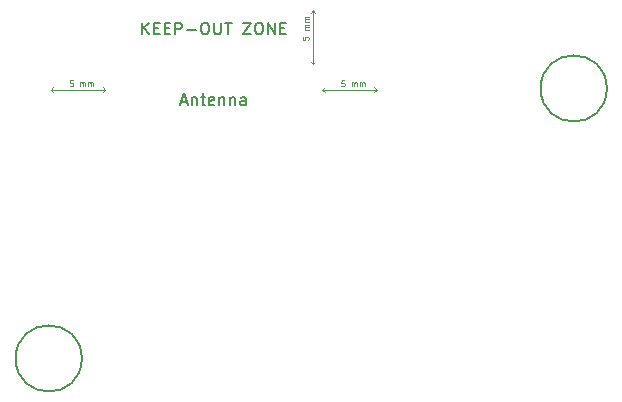
<source format=gbr>
%TF.GenerationSoftware,KiCad,Pcbnew,(6.0.11)*%
%TF.CreationDate,2023-09-13T09:35:20+02:00*%
%TF.ProjectId,WLED_ESP32_Controller,574c4544-5f45-4535-9033-325f436f6e74,rev?*%
%TF.SameCoordinates,Original*%
%TF.FileFunction,Other,Comment*%
%FSLAX46Y46*%
G04 Gerber Fmt 4.6, Leading zero omitted, Abs format (unit mm)*
G04 Created by KiCad (PCBNEW (6.0.11)) date 2023-09-13 09:35:20*
%MOMM*%
%LPD*%
G01*
G04 APERTURE LIST*
%ADD10C,0.100000*%
%ADD11C,0.150000*%
G04 APERTURE END LIST*
D10*
%TO.C,U2*%
X112936190Y-92153095D02*
X112936190Y-92391190D01*
X113174285Y-92415000D01*
X113150476Y-92391190D01*
X113126666Y-92343571D01*
X113126666Y-92224523D01*
X113150476Y-92176904D01*
X113174285Y-92153095D01*
X113221904Y-92129285D01*
X113340952Y-92129285D01*
X113388571Y-92153095D01*
X113412380Y-92176904D01*
X113436190Y-92224523D01*
X113436190Y-92343571D01*
X113412380Y-92391190D01*
X113388571Y-92415000D01*
X113436190Y-91534047D02*
X113102857Y-91534047D01*
X113150476Y-91534047D02*
X113126666Y-91510238D01*
X113102857Y-91462619D01*
X113102857Y-91391190D01*
X113126666Y-91343571D01*
X113174285Y-91319761D01*
X113436190Y-91319761D01*
X113174285Y-91319761D02*
X113126666Y-91295952D01*
X113102857Y-91248333D01*
X113102857Y-91176904D01*
X113126666Y-91129285D01*
X113174285Y-91105476D01*
X113436190Y-91105476D01*
X113436190Y-90867380D02*
X113102857Y-90867380D01*
X113150476Y-90867380D02*
X113126666Y-90843571D01*
X113102857Y-90795952D01*
X113102857Y-90724523D01*
X113126666Y-90676904D01*
X113174285Y-90653095D01*
X113436190Y-90653095D01*
X113174285Y-90653095D02*
X113126666Y-90629285D01*
X113102857Y-90581666D01*
X113102857Y-90510238D01*
X113126666Y-90462619D01*
X113174285Y-90438809D01*
X113436190Y-90438809D01*
D11*
X99338571Y-91942380D02*
X99338571Y-90942380D01*
X99910000Y-91942380D02*
X99481428Y-91370952D01*
X99910000Y-90942380D02*
X99338571Y-91513809D01*
X100338571Y-91418571D02*
X100671904Y-91418571D01*
X100814761Y-91942380D02*
X100338571Y-91942380D01*
X100338571Y-90942380D01*
X100814761Y-90942380D01*
X101243333Y-91418571D02*
X101576666Y-91418571D01*
X101719523Y-91942380D02*
X101243333Y-91942380D01*
X101243333Y-90942380D01*
X101719523Y-90942380D01*
X102148095Y-91942380D02*
X102148095Y-90942380D01*
X102529047Y-90942380D01*
X102624285Y-90990000D01*
X102671904Y-91037619D01*
X102719523Y-91132857D01*
X102719523Y-91275714D01*
X102671904Y-91370952D01*
X102624285Y-91418571D01*
X102529047Y-91466190D01*
X102148095Y-91466190D01*
X103148095Y-91561428D02*
X103910000Y-91561428D01*
X104576666Y-90942380D02*
X104767142Y-90942380D01*
X104862380Y-90990000D01*
X104957619Y-91085238D01*
X105005238Y-91275714D01*
X105005238Y-91609047D01*
X104957619Y-91799523D01*
X104862380Y-91894761D01*
X104767142Y-91942380D01*
X104576666Y-91942380D01*
X104481428Y-91894761D01*
X104386190Y-91799523D01*
X104338571Y-91609047D01*
X104338571Y-91275714D01*
X104386190Y-91085238D01*
X104481428Y-90990000D01*
X104576666Y-90942380D01*
X105433809Y-90942380D02*
X105433809Y-91751904D01*
X105481428Y-91847142D01*
X105529047Y-91894761D01*
X105624285Y-91942380D01*
X105814761Y-91942380D01*
X105910000Y-91894761D01*
X105957619Y-91847142D01*
X106005238Y-91751904D01*
X106005238Y-90942380D01*
X106338571Y-90942380D02*
X106910000Y-90942380D01*
X106624285Y-91942380D02*
X106624285Y-90942380D01*
X107910000Y-90942380D02*
X108576666Y-90942380D01*
X107910000Y-91942380D01*
X108576666Y-91942380D01*
X109148095Y-90942380D02*
X109338571Y-90942380D01*
X109433809Y-90990000D01*
X109529047Y-91085238D01*
X109576666Y-91275714D01*
X109576666Y-91609047D01*
X109529047Y-91799523D01*
X109433809Y-91894761D01*
X109338571Y-91942380D01*
X109148095Y-91942380D01*
X109052857Y-91894761D01*
X108957619Y-91799523D01*
X108910000Y-91609047D01*
X108910000Y-91275714D01*
X108957619Y-91085238D01*
X109052857Y-90990000D01*
X109148095Y-90942380D01*
X110005238Y-91942380D02*
X110005238Y-90942380D01*
X110576666Y-91942380D01*
X110576666Y-90942380D01*
X111052857Y-91418571D02*
X111386190Y-91418571D01*
X111529047Y-91942380D02*
X111052857Y-91942380D01*
X111052857Y-90942380D01*
X111529047Y-90942380D01*
X102648095Y-97656666D02*
X103124285Y-97656666D01*
X102552857Y-97942380D02*
X102886190Y-96942380D01*
X103219523Y-97942380D01*
X103552857Y-97275714D02*
X103552857Y-97942380D01*
X103552857Y-97370952D02*
X103600476Y-97323333D01*
X103695714Y-97275714D01*
X103838571Y-97275714D01*
X103933809Y-97323333D01*
X103981428Y-97418571D01*
X103981428Y-97942380D01*
X104314761Y-97275714D02*
X104695714Y-97275714D01*
X104457619Y-96942380D02*
X104457619Y-97799523D01*
X104505238Y-97894761D01*
X104600476Y-97942380D01*
X104695714Y-97942380D01*
X105410000Y-97894761D02*
X105314761Y-97942380D01*
X105124285Y-97942380D01*
X105029047Y-97894761D01*
X104981428Y-97799523D01*
X104981428Y-97418571D01*
X105029047Y-97323333D01*
X105124285Y-97275714D01*
X105314761Y-97275714D01*
X105410000Y-97323333D01*
X105457619Y-97418571D01*
X105457619Y-97513809D01*
X104981428Y-97609047D01*
X105886190Y-97275714D02*
X105886190Y-97942380D01*
X105886190Y-97370952D02*
X105933809Y-97323333D01*
X106029047Y-97275714D01*
X106171904Y-97275714D01*
X106267142Y-97323333D01*
X106314761Y-97418571D01*
X106314761Y-97942380D01*
X106790952Y-97275714D02*
X106790952Y-97942380D01*
X106790952Y-97370952D02*
X106838571Y-97323333D01*
X106933809Y-97275714D01*
X107076666Y-97275714D01*
X107171904Y-97323333D01*
X107219523Y-97418571D01*
X107219523Y-97942380D01*
X108124285Y-97942380D02*
X108124285Y-97418571D01*
X108076666Y-97323333D01*
X107981428Y-97275714D01*
X107790952Y-97275714D01*
X107695714Y-97323333D01*
X108124285Y-97894761D02*
X108029047Y-97942380D01*
X107790952Y-97942380D01*
X107695714Y-97894761D01*
X107648095Y-97799523D01*
X107648095Y-97704285D01*
X107695714Y-97609047D01*
X107790952Y-97561428D01*
X108029047Y-97561428D01*
X108124285Y-97513809D01*
D10*
X93471904Y-95841190D02*
X93233809Y-95841190D01*
X93210000Y-96079285D01*
X93233809Y-96055476D01*
X93281428Y-96031666D01*
X93400476Y-96031666D01*
X93448095Y-96055476D01*
X93471904Y-96079285D01*
X93495714Y-96126904D01*
X93495714Y-96245952D01*
X93471904Y-96293571D01*
X93448095Y-96317380D01*
X93400476Y-96341190D01*
X93281428Y-96341190D01*
X93233809Y-96317380D01*
X93210000Y-96293571D01*
X94090952Y-96341190D02*
X94090952Y-96007857D01*
X94090952Y-96055476D02*
X94114761Y-96031666D01*
X94162380Y-96007857D01*
X94233809Y-96007857D01*
X94281428Y-96031666D01*
X94305238Y-96079285D01*
X94305238Y-96341190D01*
X94305238Y-96079285D02*
X94329047Y-96031666D01*
X94376666Y-96007857D01*
X94448095Y-96007857D01*
X94495714Y-96031666D01*
X94519523Y-96079285D01*
X94519523Y-96341190D01*
X94757619Y-96341190D02*
X94757619Y-96007857D01*
X94757619Y-96055476D02*
X94781428Y-96031666D01*
X94829047Y-96007857D01*
X94900476Y-96007857D01*
X94948095Y-96031666D01*
X94971904Y-96079285D01*
X94971904Y-96341190D01*
X94971904Y-96079285D02*
X94995714Y-96031666D01*
X95043333Y-96007857D01*
X95114761Y-96007857D01*
X95162380Y-96031666D01*
X95186190Y-96079285D01*
X95186190Y-96341190D01*
X116471904Y-95841190D02*
X116233809Y-95841190D01*
X116210000Y-96079285D01*
X116233809Y-96055476D01*
X116281428Y-96031666D01*
X116400476Y-96031666D01*
X116448095Y-96055476D01*
X116471904Y-96079285D01*
X116495714Y-96126904D01*
X116495714Y-96245952D01*
X116471904Y-96293571D01*
X116448095Y-96317380D01*
X116400476Y-96341190D01*
X116281428Y-96341190D01*
X116233809Y-96317380D01*
X116210000Y-96293571D01*
X117090952Y-96341190D02*
X117090952Y-96007857D01*
X117090952Y-96055476D02*
X117114761Y-96031666D01*
X117162380Y-96007857D01*
X117233809Y-96007857D01*
X117281428Y-96031666D01*
X117305238Y-96079285D01*
X117305238Y-96341190D01*
X117305238Y-96079285D02*
X117329047Y-96031666D01*
X117376666Y-96007857D01*
X117448095Y-96007857D01*
X117495714Y-96031666D01*
X117519523Y-96079285D01*
X117519523Y-96341190D01*
X117757619Y-96341190D02*
X117757619Y-96007857D01*
X117757619Y-96055476D02*
X117781428Y-96031666D01*
X117829047Y-96007857D01*
X117900476Y-96007857D01*
X117948095Y-96031666D01*
X117971904Y-96079285D01*
X117971904Y-96341190D01*
X117971904Y-96079285D02*
X117995714Y-96031666D01*
X118043333Y-96007857D01*
X118114761Y-96007857D01*
X118162380Y-96031666D01*
X118186190Y-96079285D01*
X118186190Y-96341190D01*
D11*
%TO.C,H2*%
X138690000Y-96520000D02*
G75*
G03*
X138690000Y-96520000I-2800000J0D01*
G01*
%TO.C,H1*%
X94240000Y-119380000D02*
G75*
G03*
X94240000Y-119380000I-2800000J0D01*
G01*
D10*
%TO.C,U2*%
X96210000Y-96615000D02*
X96010000Y-96415000D01*
X91610000Y-96615000D02*
X96210000Y-96615000D01*
X96210000Y-96615000D02*
X96010000Y-96815000D01*
X114610000Y-96615000D02*
X119210000Y-96615000D01*
X91610000Y-96615000D02*
X91810000Y-96815000D01*
X119210000Y-96615000D02*
X119010000Y-96415000D01*
X114610000Y-96615000D02*
X114810000Y-96815000D01*
X113810000Y-94490000D02*
X113810000Y-89890000D01*
X113810000Y-89890000D02*
X113610000Y-90090000D01*
X114610000Y-96615000D02*
X114810000Y-96415000D01*
X91610000Y-96615000D02*
X91810000Y-96415000D01*
X113810000Y-94490000D02*
X113610000Y-94290000D01*
X113810000Y-94490000D02*
X114010000Y-94290000D01*
X119210000Y-96615000D02*
X119010000Y-96815000D01*
X113810000Y-89890000D02*
X114010000Y-90090000D01*
%TD*%
M02*

</source>
